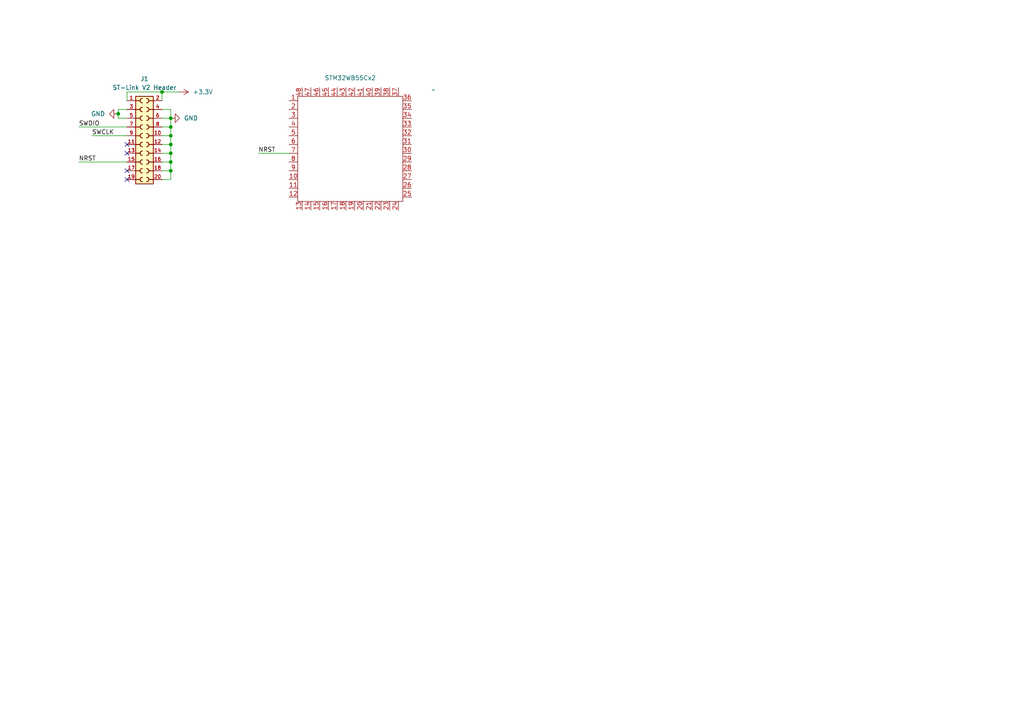
<source format=kicad_sch>
(kicad_sch (version 20231120) (generator "eeschema") (generator_version "8.0")
  (paper "A4")
  (title_block (title "MH24BN0001") (date "2024-11-19") (rev "1"))
  (lib_symbols
    (symbol "6130XX21821_61302021821:6130XX21821_61302021821" (pin_names (offset 1.016))
      (property "Reference" "J" (at -12.7 0.762 0))
      (symbol "6130XX21821_61302021821_0_0"
        (rectangle (start -11.43 -2.54) (end 13.97 2.54) (stroke (width 0.254)) (fill (type background)))
        (arc (start -10.795 -0.635) (mid -10.609 -1.084) (end -10.16 -1.27) (stroke (width 0.254)))
        (arc (start -10.16 -1.27) (mid -9.711 -1.084) (end -9.525 -0.635) (stroke (width 0.254)))
        (arc (start -10.16 1.27) (mid -10.609 1.084) (end -10.795 0.635) (stroke (width 0.254)))
        (arc (start -9.525 0.635) (mid -9.711 1.084) (end -10.16 1.27) (stroke (width 0.254)))
        (arc (start -8.255 -0.635) (mid -8.069 -1.084) (end -7.62 -1.27) (stroke (width 0.254)))
        (arc (start -7.62 -1.27) (mid -7.171 -1.084) (end -6.985 -0.635) (stroke (width 0.254)))
        (arc (start -7.62 1.27) (mid -8.069 1.084) (end -8.255 0.635) (stroke (width 0.254)))
        (arc (start -6.985 0.635) (mid -7.171 1.084) (end -7.62 1.27) (stroke (width 0.254)))
        (arc (start -5.715 -0.635) (mid -5.529 -1.084) (end -5.08 -1.27) (stroke (width 0.254)))
        (arc (start -5.08 -1.27) (mid -4.631 -1.084) (end -4.445 -0.635) (stroke (width 0.254)))
        (arc (start -5.08 1.27) (mid -5.529 1.084) (end -5.715 0.635) (stroke (width 0.254)))
        (arc (start -4.445 0.635) (mid -4.631 1.084) (end -5.08 1.27) (stroke (width 0.254)))
        (arc (start -3.175 -0.635) (mid -2.989 -1.084) (end -2.54 -1.27) (stroke (width 0.254)))
        (arc (start -2.54 -1.27) (mid -2.091 -1.084) (end -1.905 -0.635) (stroke (width 0.254)))
        (arc (start -2.54 1.27) (mid -2.989 1.084) (end -3.175 0.635) (stroke (width 0.254)))
        (arc (start -1.905 0.635) (mid -2.091 1.084) (end -2.54 1.27) (stroke (width 0.254)))
        (arc (start -0.635 -0.635) (mid -0.449 -1.084) (end 0 -1.27) (stroke (width 0.254)))
        (arc (start 0 -1.27) (mid 0.449 -1.084) (end 0.635 -0.635) (stroke (width 0.254)))
        (polyline (pts (xy -10.16 -1.27) (xy -10.16 -2.54)) (stroke (width 0.254)))
        (polyline (pts (xy -10.16 1.27) (xy -10.16 2.54)) (stroke (width 0.254)))
        (polyline (pts (xy -7.62 -1.27) (xy -7.62 -2.54)) (stroke (width 0.254)))
        (polyline (pts (xy -7.62 1.27) (xy -7.62 2.54)) (stroke (width 0.254)))
        (polyline (pts (xy -5.08 -1.27) (xy -5.08 -2.54)) (stroke (width 0.254)))
        (polyline (pts (xy -5.08 1.27) (xy -5.08 2.54)) (stroke (width 0.254)))
        (polyline (pts (xy -2.54 -1.27) (xy -2.54 -2.54)) (stroke (width 0.254)))
        (polyline (pts (xy -2.54 1.27) (xy -2.54 2.54)) (stroke (width 0.254)))
        (polyline (pts (xy 0 -1.27) (xy 0 -2.54)) (stroke (width 0.254)))
        (polyline (pts (xy 0 1.27) (xy 0 2.54)) (stroke (width 0.254)))
        (polyline (pts (xy 2.54 -1.27) (xy 2.54 -2.54)) (stroke (width 0.254)))
        (polyline (pts (xy 2.54 1.27) (xy 2.54 2.54)) (stroke (width 0.254)))
        (polyline (pts (xy 5.08 -1.27) (xy 5.08 -2.54)) (stroke (width 0.254)))
        (polyline (pts (xy 5.08 1.27) (xy 5.08 2.54)) (stroke (width 0.254)))
        (polyline (pts (xy 7.62 -1.27) (xy 7.62 -2.54)) (stroke (width 0.254)))
        (polyline (pts (xy 7.62 1.27) (xy 7.62 2.54)) (stroke (width 0.254)))
        (polyline (pts (xy 10.16 -1.27) (xy 10.16 -2.54)) (stroke (width 0.254)))
        (polyline (pts (xy 10.16 1.27) (xy 10.16 2.54)) (stroke (width 0.254)))
        (polyline (pts (xy 12.7 -1.27) (xy 12.7 -2.54)) (stroke (width 0.254)))
        (polyline (pts (xy 12.7 1.27) (xy 12.7 2.54)) (stroke (width 0.254)))
        (arc (start 0 1.27) (mid -0.449 1.084) (end -0.635 0.635) (stroke (width 0.254)))
        (arc (start 0.635 0.635) (mid 0.449 1.084) (end 0 1.27) (stroke (width 0.254)))
        (arc (start 1.905 -0.635) (mid 2.091 -1.084) (end 2.54 -1.27) (stroke (width 0.254)))
        (arc (start 2.54 -1.27) (mid 2.989 -1.084) (end 3.175 -0.635) (stroke (width 0.254)))
        (arc (start 2.54 1.27) (mid 2.091 1.084) (end 1.905 0.635) (stroke (width 0.254)))
        (arc (start 3.175 0.635) (mid 2.989 1.084) (end 2.54 1.27) (stroke (width 0.254)))
        (arc (start 4.445 -0.635) (mid 4.631 -1.084) (end 5.08 -1.27) (stroke (width 0.254)))
        (arc (start 5.08 -1.27) (mid 5.529 -1.084) (end 5.715 -0.635) (stroke (width 0.254)))
        (arc (start 5.08 1.27) (mid 4.631 1.084) (end 4.445 0.635) (stroke (width 0.254)))
        (arc (start 5.715 0.635) (mid 5.529 1.084) (end 5.08 1.27) (stroke (width 0.254)))
        (arc (start 6.985 -0.635) (mid 7.171 -1.084) (end 7.62 -1.27) (stroke (width 0.254)))
        (arc (start 7.62 -1.27) (mid 8.069 -1.084) (end 8.255 -0.635) (stroke (width 0.254)))
        (arc (start 7.62 1.27) (mid 7.171 1.084) (end 6.985 0.635) (stroke (width 0.254)))
        (arc (start 8.255 0.635) (mid 8.069 1.084) (end 7.62 1.27) (stroke (width 0.254)))
        (arc (start 9.525 -0.635) (mid 9.711 -1.084) (end 10.16 -1.27) (stroke (width 0.254)))
        (arc (start 10.16 -1.27) (mid 10.609 -1.084) (end 10.795 -0.635) (stroke (width 0.254)))
        (arc (start 10.16 1.27) (mid 9.711 1.084) (end 9.525 0.635) (stroke (width 0.254)))
        (arc (start 10.795 0.635) (mid 10.609 1.084) (end 10.16 1.27) (stroke (width 0.254)))
        (arc (start 12.065 -0.635) (mid 12.251 -1.084) (end 12.7 -1.27) (stroke (width 0.254)))
        (arc (start 12.7 -1.27) (mid 13.149 -1.084) (end 13.335 -0.635) (stroke (width 0.254)))
        (arc (start 12.7 1.27) (mid 12.251 1.084) (end 12.065 0.635) (stroke (width 0.254)))
        (arc (start 13.335 0.635) (mid 13.149 1.084) (end 12.7 1.27) (stroke (width 0.254)))
        (pin passive line (at -10.16 -5.08 90) (length 2.54) (name "~") (number "1"))
        (pin passive line (at 0 5.08 270) (length 2.54) (name "~") (number "10"))
        (pin passive line (at 2.54 -5.08 90) (length 2.54) (name "~") (number "11"))
        (pin passive line (at 2.54 5.08 270) (length 2.54) (name "~") (number "12"))
        (pin passive line (at 5.08 -5.08 90) (length 2.54) (name "~") (number "13"))
        (pin passive line (at 5.08 5.08 270) (length 2.54) (name "~") (number "14"))
        (pin passive line (at 7.62 -5.08 90) (length 2.54) (name "~") (number "15"))
        (pin passive line (at 7.62 5.08 270) (length 2.54) (name "~") (number "16"))
        (pin passive line (at 10.16 -5.08 90) (length 2.54) (name "~") (number "17"))
        (pin passive line (at 10.16 5.08 270) (length 2.54) (name "~") (number "18"))
        (pin passive line (at 12.7 -5.08 90) (length 2.54) (name "~") (number "19"))
        (pin passive line (at -10.16 5.08 270) (length 2.54) (name "~") (number "2"))
        (pin passive line (at 12.7 5.08 270) (length 2.54) (name "~") (number "20"))
        (pin passive line (at -7.62 -5.08 90) (length 2.54) (name "~") (number "3"))
        (pin passive line (at -7.62 5.08 270) (length 2.54) (name "~") (number "4"))
        (pin passive line (at -5.08 -5.08 90) (length 2.54) (name "~") (number "5"))
        (pin passive line (at -5.08 5.08 270) (length 2.54) (name "~") (number "6"))
        (pin passive line (at -2.54 -5.08 90) (length 2.54) (name "~") (number "7"))
        (pin passive line (at -2.54 5.08 270) (length 2.54) (name "~") (number "8"))
        (pin passive line (at 0 -5.08 90) (length 2.54) (name "~") (number "9"))
      )
    )
    (symbol "STM32WB55CC_1" (pin_names (offset 0.002) hide)
      (property "Reference" "STM32WB55Cx" (at 0 21.336 0))
      (symbol "STM32WB55CC_1_0_1"
        (rectangle (start -15.24 16.51) (end 15.24 -13.97))
      )
      (symbol "STM32WB55CC_1_1_1"
        (pin passive line (at -17.78 15.24 0) (length 2.54) (name "VBAT") (number "1"))
        (pin passive line (at -17.78 -7.62 0) (length 2.54) (name "PA1") (number "10"))
        (pin passive line (at -17.78 -10.16 0) (length 2.54) (name "PA2") (number "11"))
        (pin passive line (at -17.78 -12.7 0) (length 2.54) (name "PA3") (number "12"))
        (pin passive line (at -13.97 -16.51 90) (length 2.54) (name "PA4") (number "13"))
        (pin passive line (at -11.43 -16.51 90) (length 2.54) (name "PA5") (number "14"))
        (pin passive line (at -8.89 -16.51 90) (length 2.54) (name "PA6") (number "15"))
        (pin passive line (at -6.35 -16.51 90) (length 2.54) (name "PA7") (number "16"))
        (pin passive line (at -3.81 -16.51 90) (length 2.54) (name "PA8") (number "17"))
        (pin passive line (at -1.27 -16.51 90) (length 2.54) (name "PA9") (number "18"))
        (pin passive line (at 1.27 -16.51 90) (length 2.54) (name "PB2") (number "19"))
        (pin passive line (at -17.78 12.7 0) (length 2.54) (name "PC14-OSC32_IN") (number "2"))
        (pin passive line (at 3.81 -16.51 90) (length 2.54) (name "VDD") (number "20"))
        (pin passive line (at 6.35 -16.51 90) (length 2.54) (name "RF1") (number "21"))
        (pin passive line (at 8.89 -16.51 90) (length 2.54) (name "VSSRF") (number "22"))
        (pin passive line (at 11.43 -16.51 90) (length 2.54) (name "VDDRF") (number "23"))
        (pin passive line (at 13.97 -16.51 90) (length 2.54) (name "OSC_OUT") (number "24"))
        (pin passive line (at 17.78 -12.7 180) (length 2.54) (name "OSC_IN") (number "25"))
        (pin passive line (at 17.78 -10.16 180) (length 2.54) (name "AT0") (number "26"))
        (pin passive line (at 17.78 -7.62 180) (length 2.54) (name "AT1") (number "27"))
        (pin passive line (at 17.78 -5.08 180) (length 2.54) (name "PB0") (number "28"))
        (pin passive line (at 17.78 -2.54 180) (length 2.54) (name "PB1") (number "29"))
        (pin passive line (at -17.78 10.16 0) (length 2.54) (name "PC15-OSC32_OUT") (number "3"))
        (pin passive line (at 17.78 0 180) (length 2.54) (name "PE4") (number "30"))
        (pin passive line (at 17.78 2.54 180) (length 2.54) (name "VFBSMPS") (number "31"))
        (pin passive line (at 17.78 5.08 180) (length 2.54) (name "VSSSMPS") (number "32"))
        (pin passive line (at 17.78 7.62 180) (length 2.54) (name "VLXSMPS") (number "33"))
        (pin passive line (at 17.78 10.16 180) (length 2.54) (name "VDDSMPS") (number "34"))
        (pin passive line (at 17.78 12.7 180) (length 2.54) (name "VDD") (number "35"))
        (pin passive line (at 17.78 15.24 180) (length 2.54) (name "PA10") (number "36"))
        (pin passive line (at 13.97 19.05 270) (length 2.54) (name "PA11") (number "37"))
        (pin passive line (at 11.43 19.05 270) (length 2.54) (name "PA12") (number "38"))
        (pin passive line (at 8.89 19.05 270) (length 2.54) (name "PA13") (number "39"))
        (pin passive line (at -17.78 7.62 0) (length 2.54) (name "PH3-BOOT0") (number "4"))
        (pin passive line (at 6.35 19.05 270) (length 2.54) (name "VDDUSB") (number "40"))
        (pin passive line (at 3.81 19.05 270) (length 2.54) (name "PA14") (number "41"))
        (pin passive line (at 1.27 19.05 270) (length 2.54) (name "PA15") (number "42"))
        (pin passive line (at -1.27 19.05 270) (length 2.54) (name "PB3") (number "43"))
        (pin passive line (at -3.81 19.05 270) (length 2.54) (name "PB4") (number "44"))
        (pin passive line (at -6.35 19.05 270) (length 2.54) (name "PB5") (number "45"))
        (pin passive line (at -8.89 19.05 270) (length 2.54) (name "PB6") (number "46"))
        (pin passive line (at -11.43 19.05 270) (length 2.54) (name "PB7") (number "47"))
        (pin passive line (at -13.97 19.05 270) (length 2.54) (name "VDD") (number "48"))
        (pin passive line (at -17.78 5.08 0) (length 2.54) (name "PB8") (number "5"))
        (pin passive line (at -17.78 2.54 0) (length 2.54) (name "PB9") (number "6"))
        (pin passive line (at -17.78 0 0) (length 2.54) (name "NRST") (number "7"))
        (pin passive line (at -17.78 -2.54 0) (length 2.54) (name "VDDA") (number "8"))
        (pin passive line (at -17.78 -5.08 0) (length 2.54) (name "PA0") (number "9"))
      )
    )
    (symbol "power:+3.3V" (power) (pin_numbers hide) (pin_names (offset 0) hide)
      (property "Value" "+3.3V" (at 0 3.556 0))
      (symbol "+3.3V_0_1"
        (polyline (pts (xy -0.762 1.27) (xy 0 2.54)))
        (polyline (pts (xy 0 0) (xy 0 2.54)))
        (polyline (pts (xy 0 2.54) (xy 0.762 1.27)))
      )
      (symbol "+3.3V_1_1"
        (pin power_in line (at 0 0 90) (length 0) (name "~") (number "1"))
      )
    )
    (symbol "power:GND" (power) (pin_numbers hide) (pin_names (offset 0) hide)
      (property "Value" "GND" (at 0 -3.81 0))
      (symbol "GND_0_1"
        (polyline (pts (xy 0 0) (xy 0 -1.27) (xy 1.27 -1.27) (xy 0 -2.54) (xy -1.27 -1.27) (xy 0 -1.27)))
      )
      (symbol "GND_1_1"
        (pin power_in line (at 0 0 270) (length 0) (name "~") (number "1"))
      )
    )
  )
  (junction (at 49.53 44.45))
  (junction (at 49.53 39.37))
  (junction (at 49.53 46.99))
  (junction (at 46.99 26.67))
  (junction (at 49.53 49.53))
  (junction (at 49.53 41.91))
  (junction (at 49.53 36.83))
  (junction (at 49.53 34.29))
  (junction (at 34.29 33.02))
  (no_connect (at 36.83 44.45))
  (no_connect (at 36.83 41.91))
  (no_connect (at 36.83 52.07))
  (no_connect (at 36.83 49.53))
  (wire (pts (xy 22.86 46.99) (xy 36.83 46.99)))
  (wire (pts (xy 49.53 34.29) (xy 49.53 36.83)))
  (wire (pts (xy 34.29 34.29) (xy 36.83 34.29)))
  (wire (pts (xy 26.67 39.37) (xy 36.83 39.37)))
  (wire (pts (xy 36.83 29.21) (xy 36.83 26.67)))
  (wire (pts (xy 34.29 33.02) (xy 34.29 34.29)))
  (wire (pts (xy 49.53 46.99) (xy 49.53 49.53)))
  (wire (pts (xy 36.83 26.67) (xy 46.99 26.67)))
  (wire (pts (xy 46.99 44.45) (xy 49.53 44.45)))
  (wire (pts (xy 22.86 36.83) (xy 36.83 36.83)))
  (wire (pts (xy 46.99 26.67) (xy 52.07 26.67)))
  (wire (pts (xy 74.93 44.45) (xy 83.82 44.45)))
  (wire (pts (xy 46.99 46.99) (xy 49.53 46.99)))
  (wire (pts (xy 34.29 31.75) (xy 34.29 33.02)))
  (wire (pts (xy 49.53 44.45) (xy 49.53 46.99)))
  (wire (pts (xy 49.53 39.37) (xy 49.53 41.91)))
  (wire (pts (xy 49.53 41.91) (xy 49.53 44.45)))
  (wire (pts (xy 46.99 34.29) (xy 49.53 34.29)))
  (wire (pts (xy 46.99 41.91) (xy 49.53 41.91)))
  (wire (pts (xy 49.53 49.53) (xy 49.53 52.07)))
  (wire (pts (xy 46.99 36.83) (xy 49.53 36.83)))
  (wire (pts (xy 49.53 31.75) (xy 46.99 31.75)))
  (wire (pts (xy 46.99 49.53) (xy 49.53 49.53)))
  (wire (pts (xy 49.53 36.83) (xy 49.53 39.37)))
  (wire (pts (xy 36.83 31.75) (xy 34.29 31.75)))
  (wire (pts (xy 49.53 34.29) (xy 49.53 31.75)))
  (wire (pts (xy 46.99 39.37) (xy 49.53 39.37)))
  (wire (pts (xy 46.99 52.07) (xy 49.53 52.07)))
  (wire (pts (xy 46.99 26.67) (xy 46.99 29.21)))
  (label "NRST" (at 74.93 44.45 0))
  (label "NRST" (at 22.86 46.99 0))
  (label "SWCLK" (at 26.67 39.37 0))
  (label "SWDIO" (at 22.86 36.83 0))
  (symbol (lib_id "power:GND") (at 49.53 34.29 90) (unit 1)
    (property "Reference" "#PWR01" (effects (hide yes)))
    (property "Value" "GND" (at 53.34 34.2899 90) (effects (justify right)))
    (property "Description" "Power symbol creates a global label with name \"GND\" , ground" (effects (hide yes)))
  )
  (symbol (lib_id "power:+3.3V") (at 52.07 26.67 270) (unit 1)
    (property "Reference" "#PWR03" (effects (hide yes)))
    (property "Value" "+3.3V" (at 55.88 26.6699 90) (effects (justify left)))
    (property "Description" "Power symbol creates a global label with name \"+3.3V\"" (effects (hide yes)))
  )
  (symbol (lib_id "6130XX21821_61302021821:6130XX21821_61302021821") (at 41.91 39.37 270) (unit 1)
    (property "Reference" "J1" (at 41.91 22.86 90))
    (property "Value" "ST-Link V2 Header" (at 41.91 25.4 90))
    (property "Footprint" "Library:61302021821" (effects (hide yes)))
    (property "ROWS" "Dual" (effects (hide yes)))
    (property "GENDER" "Socket Header" (effects (hide yes)))
    (property "MOUNT" "THT" (effects (hide yes)))
    (property "IR" "3A" (effects (hide yes)))
    (property "VALUE" "61302021821" (effects (hide yes)))
    (property "PACKAGING" "Tray" (effects (hide yes)))
    (property "PART-NUMBER" "61302021821" (effects (hide yes)))
    (property "DATASHEET-URL" "https://www.we-online.com/redexpert/spec/61302021821?ae" (effects (hide yes)))
    (property "PITCH" "2.54mm" (effects (hide yes)))
    (property "PINS" "20" (effects (hide yes)))
    (property "TYPE" "Straight" (effects (hide yes)))
  )
  (symbol (lib_name "STM32WB55CC_1") (lib_id "Sym_lib:STM32WB55CC") (at 101.6 44.45 0) (unit 1)
    (property "Reference" "STM32WB55Cx2" (at 101.6 22.606 0))
    (property "Value" "~" (at 125.73 26.0665 0))
    (property "Datasheet" "https://www.st.com/resource/en/datasheet/stm32wb55cc.pdf" (effects (hide yes)))
  )
  (symbol (lib_id "power:GND") (at 34.29 33.02 270) (unit 1)
    (property "Reference" "#PWR02" (effects (hide yes)))
    (property "Value" "GND" (at 30.48 33.0199 90) (effects (justify right)))
    (property "Description" "Power symbol creates a global label with name \"GND\" , ground" (effects (hide yes)))
  )
)
</source>
